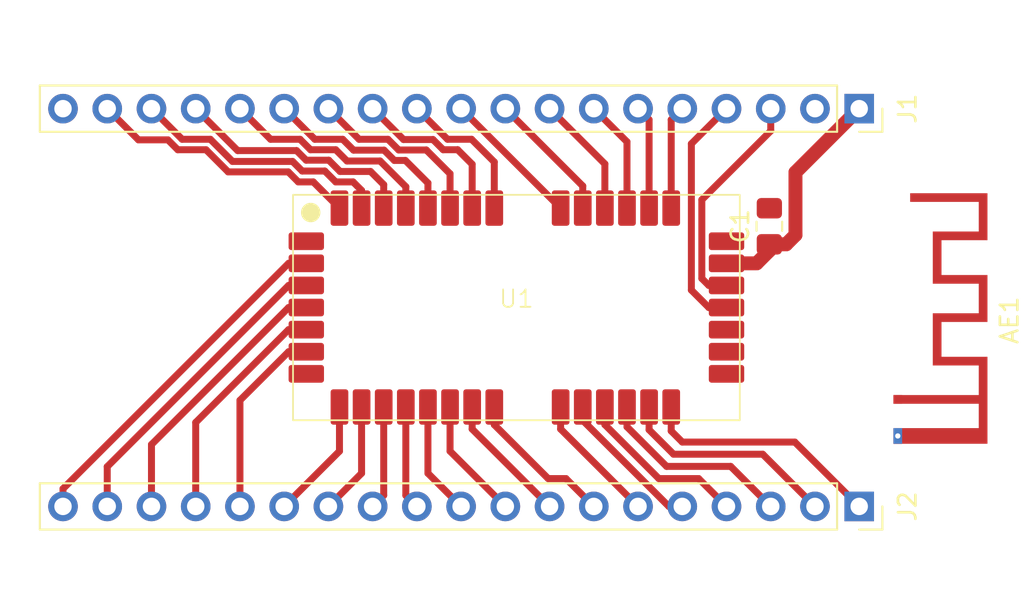
<source format=kicad_pcb>
(kicad_pcb (version 20241229) (generator "pcbnew") (generator_version "9.0")
  (layers (0 "F.Cu" signal) (2 "B.Cu" signal) (13 "F.Paste" user) (15 "B.Paste" user) (5 "F.SilkS" user "F.Silkscreen") (7 "B.SilkS" user "B.Silkscreen") (1 "F.Mask" user) (3 "B.Mask" user) (25 "Edge.Cuts" user))
  (net 0 "")
  (net 1 "GND")
  (net 2 "Net-(AE1-FEED)")
  (net 3 "VCC")
  (net 4 "/35")
  (net 5 "/30")
  (net 6 "/38")
  (net 7 "/33")
  (net 8 "/RST")
  (net 9 "/42")
  (net 10 "/40")
  (net 11 "/37")
  (net 12 "/32")
  (net 13 "/31")
  (net 14 "/34")
  (net 15 "/36")
  (net 16 "/41")
  (net 17 "/29")
  (net 18 "/25")
  (net 19 "/39")
  (net 20 "/8")
  (net 21 "/10")
  (net 22 "/9")
  (net 23 "/RTS")
  (net 24 "/16")
  (net 25 "/TXD")
  (net 26 "/CONFIG")
  (net 27 "/RXD")
  (net 28 "/21")
  (net 29 "/17")
  (net 30 "/18")
  (net 31 "/14")
  (net 32 "/20")
  (net 33 "/19")
  (net 34 "/CTS")
  (net 35 "/15")
  (net 36 "/12")
  (net 37 "/13")
  (net 38 "/11")
  (footprint "RF_Antenna:Texas_SWRA117D_2.4GHz_Left" (layer "F.Cu") (at 152.075 82.75 -90)
    (property "Reference" "AE1" (at -4.55 -6.41 270) (layer "F.SilkS"))
    (property "Value" "Antenna_Chip")
    (fp_poly (pts (xy -2.45 -2.51) (xy -4.45 -2.51) (xy -4.45 -5.15) (xy -7.15 -5.15) (xy -7.15 -2.51) (xy -9.15 -2.51) (xy -9.15 -5.15) (xy -11.85 -5.15) (xy -11.85 -0.71) (xy -11.35 -0.71) (xy -11.35 -4.65) (xy -9.65 -4.65) (xy -9.65 -2.01) (xy -6.65 -2.01) (xy -6.65 -4.65) (xy -4.95 -4.65) (xy -4.95 -2.01) (xy -1.95 -2.01) (xy -1.95 -4.65) (xy -0.25 -4.65) (xy -0.25 0.25) (xy 0.25 0.25) (xy 0.25 -4.65) (xy 1.65 -4.65) (xy 1.65 0.25) (xy 2.55 0.25) (xy 2.55 0.006785) (xy 2.247583 0.006785) (xy 2.237742 0.054395) (xy 2.213674 0.096797) (xy 2.175731 0.129581) (xy 2.167819 0.133935) (xy 2.125156 0.146043) (xy 2.076637 0.1453) (xy 2.031122 0.1324) (xy 2.012511 0.121787) (xy 1.978868 0.086553) (xy 1.958309 0.041368) (xy 1.951778 -0.008158) (xy 1.960218 -0.056417) (xy 1.977112 -0.088643) (xy 2.012372 -0.121313) (xy 2.057682 -0.141408) (xy 2.107267 -0.147982) (xy 2.155353 -0.140092) (xy 2.188245 -0.123186) (xy 2.223185 -0.086416) (xy 2.242847 -0.041622) (xy 2.247583 0.006785) (xy 2.55 0.006785) (xy 2.55 -5.15) (xy -2.45 -5.15) (xy -2.45 -2.51)) (fill yes) (layer "F.Cu"))
    (pad "1" connect rect (at 0 0 270) (size 0.5 0.5) (layers "F.Cu") (net 2 "Net-(AE1-FEED)"))
    (pad "2" thru_hole rect (at 2.1 0 270) (size 0.9 0.5) (drill 0.3) (layers "*.Cu") (net 1 "GND"))
  )
  (footprint "Capacitor_SMD:C_0805_2012Metric_Pad1.18x1.45mm_HandSolder" (layer "F.Cu") (at 144.7 72.8 90)
    (property "Reference" "C1" (at 0 -1.68 90) (layer "F.SilkS"))
    (property "Value" "10F")
    (fp_line (start -0.261252 -0.735) (end 0.261252 -0.735) (stroke (width 0.12)) (layer "F.SilkS"))
    (fp_line (start -0.261252 0.735) (end 0.261252 0.735) (stroke (width 0.12)) (layer "F.SilkS"))
    (pad "1" smd roundrect (at -1.0375 0 90) (size 1.175 1.45) (layers "F.Cu" "F.Mask" "F.Paste") (roundrect_rratio 0.212766) (net 3 "VCC"))
    (pad "2" smd roundrect (at 1.0375 0 90) (size 1.175 1.45) (layers "F.Cu" "F.Mask" "F.Paste") (roundrect_rratio 0.212766) (net 1 "GND"))
  )
  (footprint "AN026:AN026" (layer "F.Cu") (at 130.175 77.47)
    (property "Reference" "U1" (at 0 -0.5 0) (layer "F.SilkS") (effects (font (thickness 0.1))))
    (property "Value" "~")
    (fp_rect (start -12.827 -6.477) (end 12.827 6.477) (stroke (width 0.1)) (fill no) (layer "F.SilkS"))
    (fp_circle (center -11.811 -5.461) (end -11.303 -5.461) (stroke (width 0.1)) (fill yes) (layer "F.SilkS"))
    (pad "1" smd roundrect (at -12.065 -3.81) (size 2.032 1.016) (layers "F.Cu" "F.Mask" "F.Paste") (roundrect_rratio 0.15) (net 1 "GND"))
    (pad "2" smd roundrect (at -12.065 -2.54) (size 2.032 1.016) (layers "F.Cu" "F.Mask" "F.Paste") (roundrect_rratio 0.15) (net 34 "/CTS"))
    (pad "3" smd roundrect (at -12.065 -1.27) (size 2.032 1.016) (layers "F.Cu" "F.Mask" "F.Paste") (roundrect_rratio 0.15) (net 23 "/RTS"))
    (pad "4" smd roundrect (at -12.065 0) (size 2.032 1.016) (layers "F.Cu" "F.Mask" "F.Paste") (roundrect_rratio 0.15) (net 26 "/CONFIG"))
    (pad "5" smd roundrect (at -12.065 1.27) (size 2.032 1.016) (layers "F.Cu" "F.Mask" "F.Paste") (roundrect_rratio 0.15) (net 25 "/TXD"))
    (pad "6" smd roundrect (at -12.065 2.54) (size 2.032 1.016) (layers "F.Cu" "F.Mask" "F.Paste") (roundrect_rratio 0.15) (net 27 "/RXD"))
    (pad "7" smd roundrect (at -12.065 3.81) (size 2.032 1.016) (layers "F.Cu" "F.Mask" "F.Paste") (roundrect_rratio 0.15) (net 1 "GND"))
    (pad "8" smd roundrect (at -10.16 5.715 90) (size 2.032 1.016) (layers "F.Cu" "F.Mask" "F.Paste") (roundrect_rratio 0.15) (net 20 "/8"))
    (pad "9" smd roundrect (at -8.89 5.715 90) (size 2.032 1.016) (layers "F.Cu" "F.Mask" "F.Paste") (roundrect_rratio 0.15) (net 22 "/9"))
    (pad "10" smd roundrect (at -7.62 5.715 90) (size 2.032 1.016) (layers "F.Cu" "F.Mask" "F.Paste") (roundrect_rratio 0.15) (net 21 "/10"))
    (pad "11" smd roundrect (at -6.35 5.715 90) (size 2.032 1.016) (layers "F.Cu" "F.Mask" "F.Paste") (roundrect_rratio 0.15) (net 38 "/11"))
    (pad "12" smd roundrect (at -5.08 5.715 90) (size 2.032 1.016) (layers "F.Cu" "F.Mask" "F.Paste") (roundrect_rratio 0.15) (net 36 "/12"))
    (pad "13" smd roundrect (at -3.81 5.715 90) (size 2.032 1.016) (layers "F.Cu" "F.Mask" "F.Paste") (roundrect_rratio 0.15) (net 37 "/13"))
    (pad "14" smd roundrect (at -2.54 5.715 90) (size 2.032 1.016) (layers "F.Cu" "F.Mask" "F.Paste") (roundrect_rratio 0.15) (net 31 "/14"))
    (pad "15" smd roundrect (at -1.27 5.715 90) (size 2.032 1.016) (layers "F.Cu" "F.Mask" "F.Paste") (roundrect_rratio 0.15) (net 35 "/15"))
    (pad "16" smd roundrect (at 2.54 5.715 90) (size 2.032 1.016) (layers "F.Cu" "F.Mask" "F.Paste") (roundrect_rratio 0.15) (net 24 "/16"))
    (pad "17" smd roundrect (at 3.81 5.715 90) (size 2.032 1.016) (layers "F.Cu" "F.Mask" "F.Paste") (roundrect_rratio 0.15) (net 29 "/17"))
    (pad "18" smd roundrect (at 5.08 5.715 90) (size 2.032 1.016) (layers "F.Cu" "F.Mask" "F.Paste") (roundrect_rratio 0.15) (net 30 "/18"))
    (pad "19" smd roundrect (at 6.35 5.715 90) (size 2.032 1.016) (layers "F.Cu" "F.Mask" "F.Paste") (roundrect_rratio 0.15) (net 33 "/19"))
    (pad "20" smd roundrect (at 7.62 5.715 90) (size 2.032 1.016) (layers "F.Cu" "F.Mask" "F.Paste") (roundrect_rratio 0.15) (net 32 "/20"))
    (pad "21" smd roundrect (at 8.89 5.715 90) (size 2.032 1.016) (layers "F.Cu" "F.Mask" "F.Paste") (roundrect_rratio 0.15) (net 28 "/21"))
    (pad "22" smd roundrect (at 12.065 3.81) (size 2.032 1.016) (layers "F.Cu" "F.Mask" "F.Paste") (roundrect_rratio 0.15) (net 1 "GND"))
    (pad "23" smd roundrect (at 12.065 2.54) (size 2.032 1.016) (layers "F.Cu" "F.Mask" "F.Paste") (roundrect_rratio 0.15) (net 2 "Net-(AE1-FEED)"))
    (pad "24" smd roundrect (at 12.065 1.27) (size 2.032 1.016) (layers "F.Cu" "F.Mask" "F.Paste") (roundrect_rratio 0.15) (net 1 "GND"))
    (pad "25" smd roundrect (at 12.065 0) (size 2.032 1.016) (layers "F.Cu" "F.Mask" "F.Paste") (roundrect_rratio 0.15) (net 18 "/25"))
    (pad "26" smd roundrect (at 12.065 -1.27) (size 2.032 1.016) (layers "F.Cu" "F.Mask" "F.Paste") (roundrect_rratio 0.15) (net 8 "/RST"))
    (pad "27" smd roundrect (at 12.065 -2.54) (size 2.032 1.016) (layers "F.Cu" "F.Mask" "F.Paste") (roundrect_rratio 0.15) (net 3 "VCC"))
    (pad "28" smd roundrect (at 12.065 -3.81) (size 2.032 1.016) (layers "F.Cu" "F.Mask" "F.Paste") (roundrect_rratio 0.15) (net 1 "GND"))
    (pad "29" smd roundrect (at 8.89 -5.715 90) (size 2.032 1.016) (layers "F.Cu" "F.Mask" "F.Paste") (roundrect_rratio 0.15) (net 17 "/29"))
    (pad "30" smd roundrect (at 7.62 -5.715 90) (size 2.032 1.016) (layers "F.Cu" "F.Mask" "F.Paste") (roundrect_rratio 0.15) (net 5 "/30"))
    (pad "31" smd roundrect (at 6.35 -5.715 90) (size 2.032 1.016) (layers "F.Cu" "F.Mask" "F.Paste") (roundrect_rratio 0.15) (net 13 "/31"))
    (pad "32" smd roundrect (at 5.08 -5.715 90) (size 2.032 1.016) (layers "F.Cu" "F.Mask" "F.Paste") (roundrect_rratio 0.15) (net 12 "/32"))
    (pad "33" smd roundrect (at 3.81 -5.715 90) (size 2.032 1.016) (layers "F.Cu" "F.Mask" "F.Paste") (roundrect_rratio 0.15) (net 7 "/33"))
    (pad "34" smd roundrect (at 2.54 -5.715 90) (size 2.032 1.016) (layers "F.Cu" "F.Mask" "F.Paste") (roundrect_rratio 0.15) (net 14 "/34"))
    (pad "35" smd roundrect (at -1.27 -5.715 90) (size 2.032 1.016) (layers "F.Cu" "F.Mask" "F.Paste") (roundrect_rratio 0.15) (net 4 "/35"))
    (pad "36" smd roundrect (at -2.54 -5.715 90) (size 2.032 1.016) (layers "F.Cu" "F.Mask" "F.Paste") (roundrect_rratio 0.15) (net 15 "/36"))
    (pad "37" smd roundrect (at -3.81 -5.715 90) (size 2.032 1.016) (layers "F.Cu" "F.Mask" "F.Paste") (roundrect_rratio 0.15) (net 11 "/37"))
    (pad "38" smd roundrect (at -5.08 -5.715 90) (size 2.032 1.016) (layers "F.Cu" "F.Mask" "F.Paste") (roundrect_rratio 0.15) (net 6 "/38"))
    (pad "39" smd roundrect (at -6.35 -5.715 90) (size 2.032 1.016) (layers "F.Cu" "F.Mask" "F.Paste") (roundrect_rratio 0.15) (net 19 "/39"))
    (pad "40" smd roundrect (at -7.62 -5.715 90) (size 2.032 1.016) (layers "F.Cu" "F.Mask" "F.Paste") (roundrect_rratio 0.15) (net 10 "/40"))
    (pad "41" smd roundrect (at -8.89 -5.715 90) (size 2.032 1.016) (layers "F.Cu" "F.Mask" "F.Paste") (roundrect_rratio 0.15) (net 16 "/41"))
    (pad "42" smd roundrect (at -10.16 -5.715 90) (size 2.032 1.016) (layers "F.Cu" "F.Mask" "F.Paste") (roundrect_rratio 0.15) (net 9 "/42"))
  )
  (footprint "Connector_PinSocket_2.54mm:PinSocket_1x19_P2.54mm_Vertical" (layer "F.Cu") (at 149.86 66.04 -90)
    (property "Reference" "J1" (at 0 -2.77 90) (layer "F.SilkS"))
    (property "Value" "Conn_01x19_Pin")
    (fp_line (start -1.33 47.05) (end 1.33 47.05) (stroke (width 0.12)) (layer "F.SilkS"))
    (fp_line (start -1.33 1.27) (end -1.33 47.05) (stroke (width 0.12)) (layer "F.SilkS"))
    (fp_line (start -1.33 1.27) (end 1.33 1.27) (stroke (width 0.12)) (layer "F.SilkS"))
    (fp_line (start 1.33 1.27) (end 1.33 47.05) (stroke (width 0.12)) (layer "F.SilkS"))
    (fp_line (start 0 -1.33) (end 1.33 -1.33) (stroke (width 0.12)) (layer "F.SilkS"))
    (fp_line (start 1.33 -1.33) (end 1.33 0) (stroke (width 0.12)) (layer "F.SilkS"))
    (pad "1" thru_hole rect (at 0 0 270) (size 1.7 1.7) (drill 1) (layers "*.Cu" "*.Mask") (net 3 "VCC"))
    (pad "2" thru_hole circle (at 0 2.54 270) (size 1.7 1.7) (drill 1) (layers "*.Cu" "*.Mask") (net 1 "GND"))
    (pad "3" thru_hole circle (at 0 5.08 270) (size 1.7 1.7) (drill 1) (layers "*.Cu" "*.Mask") (net 8 "/RST"))
    (pad "4" thru_hole circle (at 0 7.62 270) (size 1.7 1.7) (drill 1) (layers "*.Cu" "*.Mask") (net 18 "/25"))
    (pad "5" thru_hole circle (at 0 10.16 270) (size 1.7 1.7) (drill 1) (layers "*.Cu" "*.Mask") (net 17 "/29"))
    (pad "6" thru_hole circle (at 0 12.7 270) (size 1.7 1.7) (drill 1) (layers "*.Cu" "*.Mask") (net 5 "/30"))
    (pad "7" thru_hole circle (at 0 15.24 270) (size 1.7 1.7) (drill 1) (layers "*.Cu" "*.Mask") (net 13 "/31"))
    (pad "8" thru_hole circle (at 0 17.78 270) (size 1.7 1.7) (drill 1) (layers "*.Cu" "*.Mask") (net 12 "/32"))
    (pad "9" thru_hole circle (at 0 20.32 270) (size 1.7 1.7) (drill 1) (layers "*.Cu" "*.Mask") (net 7 "/33"))
    (pad "10" thru_hole circle (at 0 22.86 270) (size 1.7 1.7) (drill 1) (layers "*.Cu" "*.Mask") (net 14 "/34"))
    (pad "11" thru_hole circle (at 0 25.4 270) (size 1.7 1.7) (drill 1) (layers "*.Cu" "*.Mask") (net 4 "/35"))
    (pad "12" thru_hole circle (at 0 27.94 270) (size 1.7 1.7) (drill 1) (layers "*.Cu" "*.Mask") (net 15 "/36"))
    (pad "13" thru_hole circle (at 0 30.48 270) (size 1.7 1.7) (drill 1) (layers "*.Cu" "*.Mask") (net 11 "/37"))
    (pad "14" thru_hole circle (at 0 33.02 270) (size 1.7 1.7) (drill 1) (layers "*.Cu" "*.Mask") (net 6 "/38"))
    (pad "15" thru_hole circle (at 0 35.56 270) (size 1.7 1.7) (drill 1) (layers "*.Cu" "*.Mask") (net 19 "/39"))
    (pad "16" thru_hole circle (at 0 38.1 270) (size 1.7 1.7) (drill 1) (layers "*.Cu" "*.Mask") (net 10 "/40"))
    (pad "17" thru_hole circle (at 0 40.64 270) (size 1.7 1.7) (drill 1) (layers "*.Cu" "*.Mask") (net 16 "/41"))
    (pad "18" thru_hole circle (at 0 43.18 270) (size 1.7 1.7) (drill 1) (layers "*.Cu" "*.Mask") (net 9 "/42"))
    (pad "19" thru_hole circle (at 0 45.72 270) (size 1.7 1.7) (drill 1) (layers "*.Cu" "*.Mask") (net 1 "GND"))
  )
  (footprint "Connector_PinSocket_2.54mm:PinSocket_1x19_P2.54mm_Vertical" (layer "F.Cu") (at 149.86 88.9 -90)
    (property "Reference" "J2" (at 0 -2.77 90) (layer "F.SilkS"))
    (property "Value" "Conn_01x19_Pin")
    (fp_line (start -1.33 47.05) (end 1.33 47.05) (stroke (width 0.12)) (layer "F.SilkS"))
    (fp_line (start -1.33 1.27) (end -1.33 47.05) (stroke (width 0.12)) (layer "F.SilkS"))
    (fp_line (start -1.33 1.27) (end 1.33 1.27) (stroke (width 0.12)) (layer "F.SilkS"))
    (fp_line (start 1.33 1.27) (end 1.33 47.05) (stroke (width 0.12)) (layer "F.SilkS"))
    (fp_line (start 0 -1.33) (end 1.33 -1.33) (stroke (width 0.12)) (layer "F.SilkS"))
    (fp_line (start 1.33 -1.33) (end 1.33 0) (stroke (width 0.12)) (layer "F.SilkS"))
    (pad "1" thru_hole rect (at 0 0 270) (size 1.7 1.7) (drill 1) (layers "*.Cu" "*.Mask") (net 28 "/21"))
    (pad "2" thru_hole circle (at 0 2.54 270) (size 1.7 1.7) (drill 1) (layers "*.Cu" "*.Mask") (net 32 "/20"))
    (pad "3" thru_hole circle (at 0 5.08 270) (size 1.7 1.7) (drill 1) (layers "*.Cu" "*.Mask") (net 33 "/19"))
    (pad "4" thru_hole circle (at 0 7.62 270) (size 1.7 1.7) (drill 1) (layers "*.Cu" "*.Mask") (net 30 "/18"))
    (pad "5" thru_hole circle (at 0 10.16 270) (size 1.7 1.7) (drill 1) (layers "*.Cu" "*.Mask") (net 29 "/17"))
    (pad "6" thru_hole circle (at 0 12.7 270) (size 1.7 1.7) (drill 1) (layers "*.Cu" "*.Mask") (net 24 "/16"))
    (pad "7" thru_hole circle (at 0 15.24 270) (size 1.7 1.7) (drill 1) (layers "*.Cu" "*.Mask") (net 35 "/15"))
    (pad "8" thru_hole circle (at 0 17.78 270) (size 1.7 1.7) (drill 1) (layers "*.Cu" "*.Mask") (net 31 "/14"))
    (pad "9" thru_hole circle (at 0 20.32 270) (size 1.7 1.7) (drill 1) (layers "*.Cu" "*.Mask") (net 37 "/13"))
    (pad "10" thru_hole circle (at 0 22.86 270) (size 1.7 1.7) (drill 1) (layers "*.Cu" "*.Mask") (net 36 "/12"))
    (pad "11" thru_hole circle (at 0 25.4 270) (size 1.7 1.7) (drill 1) (layers "*.Cu" "*.Mask") (net 38 "/11"))
    (pad "12" thru_hole circle (at 0 27.94 270) (size 1.7 1.7) (drill 1) (layers "*.Cu" "*.Mask") (net 21 "/10"))
    (pad "13" thru_hole circle (at 0 30.48 270) (size 1.7 1.7) (drill 1) (layers "*.Cu" "*.Mask") (net 22 "/9"))
    (pad "14" thru_hole circle (at 0 33.02 270) (size 1.7 1.7) (drill 1) (layers "*.Cu" "*.Mask") (net 20 "/8"))
    (pad "15" thru_hole circle (at 0 35.56 270) (size 1.7 1.7) (drill 1) (layers "*.Cu" "*.Mask") (net 27 "/RXD"))
    (pad "16" thru_hole circle (at 0 38.1 270) (size 1.7 1.7) (drill 1) (layers "*.Cu" "*.Mask") (net 25 "/TXD"))
    (pad "17" thru_hole circle (at 0 40.64 270) (size 1.7 1.7) (drill 1) (layers "*.Cu" "*.Mask") (net 26 "/CONFIG"))
    (pad "18" thru_hole circle (at 0 43.18 270) (size 1.7 1.7) (drill 1) (layers "*.Cu" "*.Mask") (net 23 "/RTS"))
    (pad "19" thru_hole circle (at 0 45.72 270) (size 1.7 1.7) (drill 1) (layers "*.Cu" "*.Mask") (net 34 "/CTS"))
  )
  (segment (start 142.24 74.93) (end 143.97 74.93) (width 0.8) (layer "F.Cu") (net 3))
  (segment (start 149.86 66.04) (end 146.2 69.7) (width 0.8) (layer "F.Cu") (net 3))
  (segment (start 143.97 74.93) (end 144.7 74.2) (width 0.8) (layer "F.Cu") (net 3))
  (segment (start 145.6625 73.8375) (end 144.7 73.8375) (width 0.8) (layer "F.Cu") (net 3))
  (segment (start 146.2 69.7) (end 146.2 73.3) (width 0.8) (layer "F.Cu") (net 3))
  (segment (start 144.7 74.2) (end 144.7 73.8375) (width 0.8) (layer "F.Cu") (net 3))
  (segment (start 146.2 73.3) (end 145.6625 73.8375) (width 0.8) (layer "F.Cu") (net 3))
  (segment (start 128.905 71.755) (end 128.905 69.105) (width 0.4) (layer "F.Cu") (net 4))
  (segment (start 126.22 67.8) (end 124.46 66.04) (width 0.4) (layer "F.Cu") (net 4))
  (segment (start 128.905 69.105) (end 127.6 67.8) (width 0.4) (layer "F.Cu") (net 4))
  (segment (start 127.6 67.8) (end 126.22 67.8) (width 0.4) (layer "F.Cu") (net 4))
  (segment (start 137.795 71.755) (end 137.795 66.675) (width 0.4) (layer "F.Cu") (net 5))
  (segment (start 137.795 66.675) (end 137.16 66.04) (width 0.4) (layer "F.Cu") (net 5))
  (segment (start 120.824971 68.424971) (end 120.2 67.8) (width 0.4) (layer "F.Cu") (net 6))
  (segment (start 123.167029 69.016971) (end 122.575029 68.424971) (width 0.4) (layer "F.Cu") (net 6))
  (segment (start 123.8 69.016971) (end 123.167029 69.016971) (width 0.4) (layer "F.Cu") (net 6))
  (segment (start 125.095 70.311971) (end 123.8 69.016971) (width 0.4) (layer "F.Cu") (net 6))
  (segment (start 122.575029 68.424971) (end 120.824971 68.424971) (width 0.4) (layer "F.Cu") (net 6))
  (segment (start 120.2 67.8) (end 118.6 67.8) (width 0.4) (layer "F.Cu") (net 6))
  (segment (start 118.6 67.8) (end 116.84 66.04) (width 0.4) (layer "F.Cu") (net 6))
  (segment (start 125.095 71.755) (end 125.095 70.311971) (width 0.4) (layer "F.Cu") (net 6))
  (segment (start 133.985 71.755) (end 133.985 70.485) (width 0.4) (layer "F.Cu") (net 7))
  (segment (start 133.985 70.485) (end 129.54 66.04) (width 0.4) (layer "F.Cu") (net 7))
  (segment (start 144.78 67.32) (end 144.78 66.04) (width 0.4) (layer "F.Cu") (net 8))
  (segment (start 140.823 71.277) (end 144.78 67.32) (width 0.4) (layer "F.Cu") (net 8))
  (segment (start 140.823 75.799) (end 140.823 71.277) (width 0.4) (layer "F.Cu") (net 8))
  (segment (start 141.224 76.2) (end 140.823 75.799) (width 0.4) (layer "F.Cu") (net 8))
  (segment (start 142.24 76.2) (end 141.224 76.2) (width 0.4) (layer "F.Cu") (net 8))
  (segment (start 110.165029 67.834971) (end 110.731058 68.401) (width 0.4) (layer "F.Cu") (net 9))
  (segment (start 108.474971 67.834971) (end 110.165029 67.834971) (width 0.4) (layer "F.Cu") (net 9))
  (segment (start 117.076145 69.675913) (end 117.651174 70.250942) (width 0.4) (layer "F.Cu") (net 9))
  (segment (start 118.510942 70.250942) (end 120.015 71.755) (width 0.4) (layer "F.Cu") (net 9))
  (segment (start 113.625971 69.675913) (end 117.076145 69.675913) (width 0.4) (layer "F.Cu") (net 9))
  (segment (start 110.731058 68.401) (end 112.351058 68.401) (width 0.4) (layer "F.Cu") (net 9))
  (segment (start 112.351058 68.401) (end 113.625971 69.675913) (width 0.4) (layer "F.Cu") (net 9))
  (segment (start 117.651174 70.250942) (end 118.510942 70.250942) (width 0.4) (layer "F.Cu") (net 9))
  (segment (start 106.68 66.04) (end 108.474971 67.834971) (width 0.4) (layer "F.Cu") (net 9))
  (segment (start 114.170442 68.450442) (end 111.76 66.04) (width 0.4) (layer "F.Cu") (net 10))
  (segment (start 118.102116 69.002) (end 117.550558 68.450442) (width 0.4) (layer "F.Cu") (net 10))
  (segment (start 120.048942 69.650942) (end 119.4 69.002) (width 0.4) (layer "F.Cu") (net 10))
  (segment (start 117.550558 68.450442) (end 114.170442 68.450442) (width 0.4) (layer "F.Cu") (net 10))
  (segment (start 119.4 69.002) (end 118.102116 69.002) (width 0.4) (layer "F.Cu") (net 10))
  (segment (start 122.555 70.405942) (end 121.8 69.650942) (width 0.4) (layer "F.Cu") (net 10))
  (segment (start 121.8 69.650942) (end 120.048942 69.650942) (width 0.4) (layer "F.Cu") (net 10))
  (segment (start 122.555 71.755) (end 122.555 70.405942) (width 0.4) (layer "F.Cu") (net 10))
  (segment (start 126.365 71.755) (end 126.365 69.780971) (width 0.4) (layer "F.Cu") (net 11))
  (segment (start 123.415971 68.415971) (end 122.8 67.8) (width 0.4) (layer "F.Cu") (net 11))
  (segment (start 125 68.415971) (end 123.415971 68.415971) (width 0.4) (layer "F.Cu") (net 11))
  (segment (start 126.365 69.780971) (end 125 68.415971) (width 0.4) (layer "F.Cu") (net 11))
  (segment (start 121.14 67.8) (end 119.38 66.04) (width 0.4) (layer "F.Cu") (net 11))
  (segment (start 122.8 67.8) (end 121.14 67.8) (width 0.4) (layer "F.Cu") (net 11))
  (segment (start 135.255 69.215) (end 132.08 66.04) (width 0.4) (layer "F.Cu") (net 12))
  (segment (start 135.255 71.755) (end 135.255 69.215) (width 0.4) (layer "F.Cu") (net 12))
  (segment (start 136.525 71.755) (end 136.525 67.945) (width 0.4) (layer "F.Cu") (net 13))
  (segment (start 136.525 67.945) (end 134.62 66.04) (width 0.4) (layer "F.Cu") (net 13))
  (segment (start 132.715 71.755) (end 127 66.04) (width 0.4) (layer "F.Cu") (net 14))
  (segment (start 123.694971 67.814971) (end 121.92 66.04) (width 0.4) (layer "F.Cu") (net 15))
  (segment (start 127.635 71.755) (end 127.635 69.235) (width 0.4) (layer "F.Cu") (net 15))
  (segment (start 125.385029 67.814971) (end 123.694971 67.814971) (width 0.4) (layer "F.Cu") (net 15))
  (segment (start 126.8 68.4) (end 126.799 68.401) (width 0.4) (layer "F.Cu") (net 15))
  (segment (start 125.971058 68.401) (end 125.385029 67.814971) (width 0.4) (layer "F.Cu") (net 15))
  (segment (start 126.799 68.401) (end 125.971058 68.401) (width 0.4) (layer "F.Cu") (net 15))
  (segment (start 127.635 69.235) (end 126.8 68.4) (width 0.4) (layer "F.Cu") (net 15))
  (segment (start 120.797942 70.251942) (end 119.8 70.251942) (width 0.4) (layer "F.Cu") (net 16))
  (segment (start 112.6 67.8) (end 110.98 67.8) (width 0.4) (layer "F.Cu") (net 16))
  (segment (start 119.8 70.251942) (end 119.174029 69.625971) (width 0.4) (layer "F.Cu") (net 16))
  (segment (start 121.285 71.755) (end 121.285 70.739) (width 0.4) (layer "F.Cu") (net 16))
  (segment (start 113.874913 69.074913) (end 112.6 67.8) (width 0.4) (layer "F.Cu") (net 16))
  (segment (start 117.325087 69.074913) (end 113.874913 69.074913) (width 0.4) (layer "F.Cu") (net 16))
  (segment (start 121.285 70.739) (end 120.797942 70.251942) (width 0.4) (layer "F.Cu") (net 16))
  (segment (start 117.876145 69.625971) (end 117.325087 69.074913) (width 0.4) (layer "F.Cu") (net 16))
  (segment (start 119.174029 69.625971) (end 117.876145 69.625971) (width 0.4) (layer "F.Cu") (net 16))
  (segment (start 110.98 67.8) (end 109.22 66.04) (width 0.4) (layer "F.Cu") (net 16))
  (segment (start 139.065 66.675) (end 139.7 66.04) (width 0.4) (layer "F.Cu") (net 17))
  (segment (start 139.065 71.755) (end 139.065 66.675) (width 0.4) (layer "F.Cu") (net 17))
  (segment (start 140.222 76.468) (end 140.222 68.058) (width 0.4) (layer "F.Cu") (net 18))
  (segment (start 140.222 68.058) (end 142.24 66.04) (width 0.4) (layer "F.Cu") (net 18))
  (segment (start 142.24 77.47) (end 141.224 77.47) (width 0.4) (layer "F.Cu") (net 18))
  (segment (start 141.224 77.47) (end 140.222 76.468) (width 0.4) (layer "F.Cu") (net 18))
  (segment (start 122.350058 69.049942) (end 120.448942 69.049942) (width 0.4) (layer "F.Cu") (net 19))
  (segment (start 123.825 71.755) (end 123.825 70.524884) (width 0.4) (layer "F.Cu") (net 19))
  (segment (start 117.750058 67.8) (end 116.06 67.8) (width 0.4) (layer "F.Cu") (net 19))
  (segment (start 120.448942 69.049942) (end 119.8 68.401) (width 0.4) (layer "F.Cu") (net 19))
  (segment (start 119.8 68.401) (end 118.351058 68.401) (width 0.4) (layer "F.Cu") (net 19))
  (segment (start 116.06 67.8) (end 114.3 66.04) (width 0.4) (layer "F.Cu") (net 19))
  (segment (start 123.825 70.524884) (end 122.350058 69.049942) (width 0.4) (layer "F.Cu") (net 19))
  (segment (start 118.351058 68.401) (end 117.750058 67.8) (width 0.4) (layer "F.Cu") (net 19))
  (segment (start 120.015 85.725) (end 116.84 88.9) (width 0.4) (layer "F.Cu") (net 20))
  (segment (start 120.015 83.185) (end 120.015 85.725) (width 0.4) (layer "F.Cu") (net 20))
  (segment (start 122.555 83.185) (end 122.555 88.265) (width 0.4) (layer "F.Cu") (net 21))
  (segment (start 122.555 88.265) (end 121.92 88.9) (width 0.4) (layer "F.Cu") (net 21))
  (segment (start 121.285 83.185) (end 121.285 86.995) (width 0.4) (layer "F.Cu") (net 22))
  (segment (start 121.285 86.995) (end 119.38 88.9) (width 0.4) (layer "F.Cu") (net 22))
  (segment (start 118.11 76.2) (end 117.094 76.2) (width 0.4) (layer "F.Cu") (net 23))
  (segment (start 117.094 76.2) (end 106.68 86.614) (width 0.4) (layer "F.Cu") (net 23))
  (segment (start 106.68 86.614) (end 106.68 88.9) (width 0.4) (layer "F.Cu") (net 23))
  (segment (start 132.715 83.185) (end 132.715 84.455) (width 0.4) (layer "F.Cu") (net 24))
  (segment (start 132.715 84.455) (end 137.16 88.9) (width 0.4) (layer "F.Cu") (net 24))
  (segment (start 118.11 78.74) (end 117.094 78.74) (width 0.4) (layer "F.Cu") (net 25))
  (segment (start 111.76 84.074) (end 111.76 88.9) (width 0.4) (layer "F.Cu") (net 25))
  (segment (start 117.094 78.74) (end 111.76 84.074) (width 0.4) (layer "F.Cu") (net 25))
  (segment (start 118.11 77.47) (end 117.094 77.47) (width 0.4) (layer "F.Cu") (net 26))
  (segment (start 109.22 85.344) (end 109.22 88.9) (width 0.4) (layer "F.Cu") (net 26))
  (segment (start 117.094 77.47) (end 109.22 85.344) (width 0.4) (layer "F.Cu") (net 26))
  (segment (start 118.11 80.01) (end 117.094 80.01) (width 0.4) (layer "F.Cu") (net 27))
  (segment (start 117.094 80.01) (end 114.3 82.804) (width 0.4) (layer "F.Cu") (net 27))
  (segment (start 114.3 82.804) (end 114.3 88.9) (width 0.4) (layer "F.Cu") (net 27))
  (segment (start 139.065 84.565) (end 139.7 85.2) (width 0.4) (layer "F.Cu") (net 28))
  (segment (start 139.7 85.2) (end 146.16 85.2) (width 0.4) (layer "F.Cu") (net 28))
  (segment (start 146.16 85.2) (end 149.86 88.9) (width 0.4) (layer "F.Cu") (net 28))
  (segment (start 139.065 83.185) (end 139.065 84.565) (width 0.4) (layer "F.Cu") (net 28))
  (segment (start 133.985 83.955818) (end 138.929182 88.9) (width 0.4) (layer "F.Cu") (net 29))
  (segment (start 138.929182 88.9) (end 139.7 88.9) (width 0.4) (layer "F.Cu") (net 29))
  (segment (start 133.985 83.185) (end 133.985 83.955818) (width 0.4) (layer "F.Cu") (net 29))
  (segment (start 140.64 87.3) (end 142.24 88.9) (width 0.4) (layer "F.Cu") (net 30))
  (segment (start 138.354 87.3) (end 140.64 87.3) (width 0.4) (layer "F.Cu") (net 30))
  (segment (start 135.255 83.185) (end 135.255 84.201) (width 0.4) (layer "F.Cu") (net 30))
  (segment (start 135.255 84.201) (end 138.354 87.3) (width 0.4) (layer "F.Cu") (net 30))
  (segment (start 127.635 83.185) (end 127.635 84.455) (width 0.4) (layer "F.Cu") (net 31))
  (segment (start 127.635 84.455) (end 132.08 88.9) (width 0.4) (layer "F.Cu") (net 31))
  (segment (start 144.32 85.9) (end 147.32 88.9) (width 0.4) (layer "F.Cu") (net 32))
  (segment (start 137.795 84.495) (end 139.2 85.9) (width 0.4) (layer "F.Cu") (net 32))
  (segment (start 137.795 83.185) (end 137.795 84.495) (width 0.4) (layer "F.Cu") (net 32))
  (segment (start 139.2 85.9) (end 144.32 85.9) (width 0.4) (layer "F.Cu") (net 32))
  (segment (start 136.525 84.325) (end 138.8 86.6) (width 0.4) (layer "F.Cu") (net 33))
  (segment (start 142.48 86.6) (end 144.78 88.9) (width 0.4) (layer "F.Cu") (net 33))
  (segment (start 136.525 83.185) (end 136.525 84.325) (width 0.4) (layer "F.Cu") (net 33))
  (segment (start 138.8 86.6) (end 142.48 86.6) (width 0.4) (layer "F.Cu") (net 33))
  (segment (start 118.11 74.93) (end 117.094 74.93) (width 0.4) (layer "F.Cu") (net 34))
  (segment (start 117.094 74.93) (end 104.14 87.884) (width 0.4) (layer "F.Cu") (net 34))
  (segment (start 104.14 87.884) (end 104.14 88.9) (width 0.4) (layer "F.Cu") (net 34))
  (segment (start 133.02 87.3) (end 134.62 88.9) (width 0.4) (layer "F.Cu") (net 35))
  (segment (start 128.905 83.185) (end 128.905 84.205) (width 0.4) (layer "F.Cu") (net 35))
  (segment (start 132 87.3) (end 133.02 87.3) (width 0.4) (layer "F.Cu") (net 35))
  (segment (start 128.905 84.205) (end 132 87.3) (width 0.4) (layer "F.Cu") (net 35))
  (segment (start 125.095 86.995) (end 127 88.9) (width 0.4) (layer "F.Cu") (net 36))
  (segment (start 125.095 83.185) (end 125.095 86.995) (width 0.4) (layer "F.Cu") (net 36))
  (segment (start 126.365 85.725) (end 129.54 88.9) (width 0.4) (layer "F.Cu") (net 37))
  (segment (start 126.365 83.185) (end 126.365 85.725) (width 0.4) (layer "F.Cu") (net 37))
  (segment (start 123.825 88.265) (end 124.46 88.9) (width 0.4) (layer "F.Cu") (net 38))
  (segment (start 123.825 83.185) (end 123.825 88.265) (width 0.4) (layer "F.Cu") (net 38))
)
</source>
